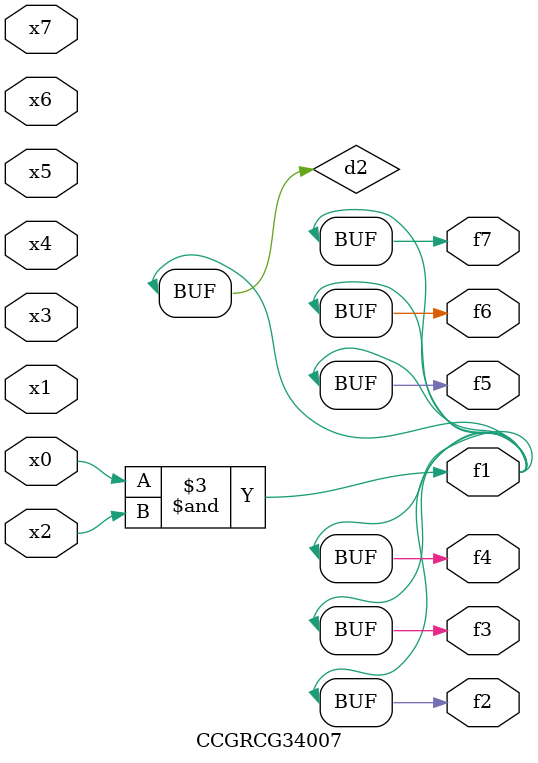
<source format=v>
module CCGRCG34007(
	input x0, x1, x2, x3, x4, x5, x6, x7,
	output f1, f2, f3, f4, f5, f6, f7
);

	wire d1, d2;

	nor (d1, x3, x6);
	and (d2, x0, x2);
	assign f1 = d2;
	assign f2 = d2;
	assign f3 = d2;
	assign f4 = d2;
	assign f5 = d2;
	assign f6 = d2;
	assign f7 = d2;
endmodule

</source>
